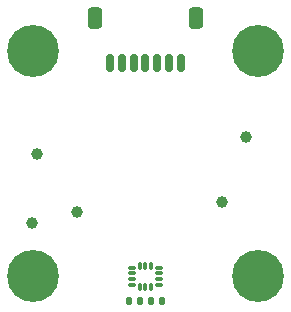
<source format=gbr>
%TF.GenerationSoftware,KiCad,Pcbnew,8.0.4*%
%TF.CreationDate,2024-10-25T17:05:04-04:00*%
%TF.ProjectId,ActiveImpactor_NoseAccelerometer,41637469-7665-4496-9d70-6163746f725f,rev?*%
%TF.SameCoordinates,Original*%
%TF.FileFunction,Soldermask,Top*%
%TF.FilePolarity,Negative*%
%FSLAX46Y46*%
G04 Gerber Fmt 4.6, Leading zero omitted, Abs format (unit mm)*
G04 Created by KiCad (PCBNEW 8.0.4) date 2024-10-25 17:05:04*
%MOMM*%
%LPD*%
G01*
G04 APERTURE LIST*
G04 Aperture macros list*
%AMRoundRect*
0 Rectangle with rounded corners*
0 $1 Rounding radius*
0 $2 $3 $4 $5 $6 $7 $8 $9 X,Y pos of 4 corners*
0 Add a 4 corners polygon primitive as box body*
4,1,4,$2,$3,$4,$5,$6,$7,$8,$9,$2,$3,0*
0 Add four circle primitives for the rounded corners*
1,1,$1+$1,$2,$3*
1,1,$1+$1,$4,$5*
1,1,$1+$1,$6,$7*
1,1,$1+$1,$8,$9*
0 Add four rect primitives between the rounded corners*
20,1,$1+$1,$2,$3,$4,$5,0*
20,1,$1+$1,$4,$5,$6,$7,0*
20,1,$1+$1,$6,$7,$8,$9,0*
20,1,$1+$1,$8,$9,$2,$3,0*%
G04 Aperture macros list end*
%ADD10C,4.400000*%
%ADD11RoundRect,0.087500X-0.087500X-0.225000X0.087500X-0.225000X0.087500X0.225000X-0.087500X0.225000X0*%
%ADD12RoundRect,0.087500X-0.225000X-0.087500X0.225000X-0.087500X0.225000X0.087500X-0.225000X0.087500X0*%
%ADD13C,1.000000*%
%ADD14RoundRect,0.150000X0.150000X0.625000X-0.150000X0.625000X-0.150000X-0.625000X0.150000X-0.625000X0*%
%ADD15RoundRect,0.250000X0.350000X0.650000X-0.350000X0.650000X-0.350000X-0.650000X0.350000X-0.650000X0*%
%ADD16RoundRect,0.140000X0.140000X0.170000X-0.140000X0.170000X-0.140000X-0.170000X0.140000X-0.170000X0*%
%ADD17RoundRect,0.140000X-0.140000X-0.170000X0.140000X-0.170000X0.140000X0.170000X-0.140000X0.170000X0*%
G04 APERTURE END LIST*
D10*
%TO.C,H104*%
X-9525000Y9525000D03*
%TD*%
%TO.C,H103*%
X-9525000Y-9525000D03*
%TD*%
%TO.C,H102*%
X9525000Y9525000D03*
%TD*%
%TO.C,H101*%
X9525000Y-9525000D03*
%TD*%
D11*
%TO.C,U101*%
X-500000Y-8612500D03*
X0Y-8612500D03*
X500000Y-8612500D03*
D12*
X1162500Y-8775000D03*
X1162500Y-9275000D03*
X1162500Y-9775000D03*
X1162500Y-10275000D03*
D11*
X500000Y-10437500D03*
X0Y-10437500D03*
X-500000Y-10437500D03*
D12*
X-1162500Y-10275000D03*
X-1162500Y-9775000D03*
X-1162500Y-9275000D03*
X-1162500Y-8775000D03*
%TD*%
D13*
%TO.C,INT1*%
X-9600000Y-5000000D03*
%TD*%
%TO.C,CLK*%
X6500000Y-3200000D03*
%TD*%
%TO.C,MOSI*%
X-5800000Y-4100000D03*
%TD*%
%TO.C,CS*%
X8500000Y2300000D03*
%TD*%
%TO.C,MISO*%
X-9200000Y800000D03*
%TD*%
D14*
%TO.C,J101*%
X3000000Y8500000D03*
X2000000Y8500000D03*
X1000000Y8500000D03*
X0Y8500000D03*
X-1000000Y8500000D03*
X-2000000Y8500000D03*
X-3000000Y8500000D03*
D15*
X4300000Y12375000D03*
X-4300000Y12375000D03*
%TD*%
D16*
%TO.C,C102*%
X475000Y-11600000D03*
X1435000Y-11600000D03*
%TD*%
D17*
%TO.C,C101*%
X-1425000Y-11600000D03*
X-465000Y-11600000D03*
%TD*%
M02*

</source>
